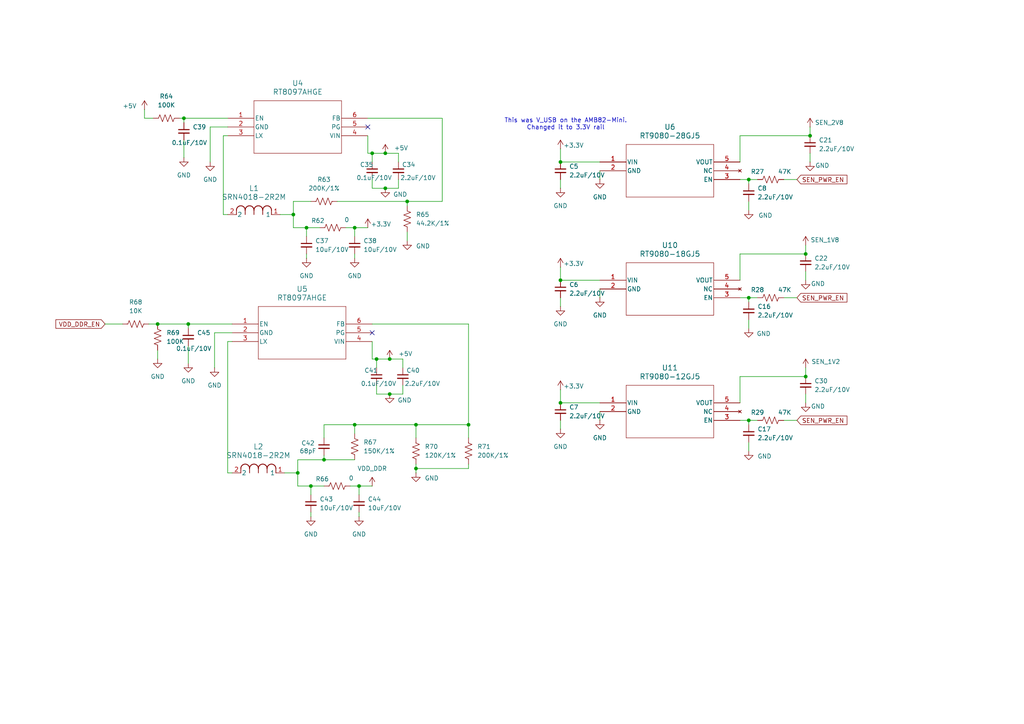
<source format=kicad_sch>
(kicad_sch (version 20250114) (generator "eeschema") (generator_version "9.0")
  (paper "A4")
  (lib_symbols
    (symbol "2025-12-22_17-51-10:RT8097AHGE" (pin_names (offset 0.254))
      (property "Reference" "U" (at 20.32 10.16 0))
      (property "Value" "RT8097AHGE" (at 20.32 7.62 0))
      (symbol "RT8097AHGE_0_1"
        (polyline (pts (xy 7.62 5.08) (xy 7.62 -10.16)) (stroke (width 0.127)))
        (polyline (pts (xy 7.62 -10.16) (xy 33.02 -10.16)) (stroke (width 0.127)))
        (polyline (pts (xy 33.02 5.08) (xy 7.62 5.08)) (stroke (width 0.127)))
        (polyline (pts (xy 33.02 -10.16) (xy 33.02 5.08)) (stroke (width 0.127)))
        (pin input line (at 0 0 0) (length 7.62) (name "EN") (number "1"))
        (pin power_out line (at 0 -2.54 0) (length 7.62) (name "GND") (number "2"))
        (pin unspecified line (at 0 -5.08 0) (length 7.62) (name "LX") (number "3"))
        (pin output line (at 40.64 0 180) (length 7.62) (name "FB") (number "6"))
        (pin input line (at 40.64 -2.54 180) (length 7.62) (name "PG") (number "5"))
        (pin power_in line (at 40.64 -5.08 180) (length 7.62) (name "VIN") (number "4"))
      )
    )
    (symbol "2025-12-22_19-19-54:SRN4018-2R2M" (pin_names (offset 0.254))
      (property "Reference" "L" (at 6.985 5.08 0))
      (property "Value" "SRN4018-2R2M" (at 6.985 -2.54 0))
      (symbol "SRN4018-2R2M_1_1"
        (polyline (pts (xy 2.54 0) (xy 2.54 1.27)) (stroke (width 0.2032)))
        (arc (start 2.54 1.27) (mid 3.81 2.5344) (end 5.08 1.27) (stroke (width 0.254)))
        (polyline (pts (xy 5.08 0) (xy 5.08 1.27)) (stroke (width 0.2032)))
        (arc (start 5.08 1.27) (mid 6.35 2.5344) (end 7.62 1.27) (stroke (width 0.254)))
        (polyline (pts (xy 7.62 0) (xy 7.62 1.27)) (stroke (width 0.2032)))
        (arc (start 7.62 1.27) (mid 8.89 2.5344) (end 10.16 1.27) (stroke (width 0.254)))
        (polyline (pts (xy 10.16 0) (xy 10.16 1.27)) (stroke (width 0.2032)))
        (arc (start 10.16 1.27) (mid 11.43 2.5344) (end 12.7 1.27) (stroke (width 0.254)))
        (polyline (pts (xy 12.7 0) (xy 12.7 1.27)) (stroke (width 0.2032)))
        (pin unspecified line (at 0 0 0) (length 2.54) (name "2") (number "2"))
        (pin unspecified line (at 15.24 0 180) (length 2.54) (name "1") (number "1"))
      )
      (symbol "SRN4018-2R2M_1_2"
        (arc (start -1.27 10.16) (mid -2.5344 11.43) (end -1.27 12.7) (stroke (width 0.254)))
        (arc (start -1.27 7.62) (mid -2.5344 8.89) (end -1.27 10.16) (stroke (width 0.254)))
        (arc (start -1.27 5.08) (mid -2.5344 6.35) (end -1.27 7.62) (stroke (width 0.254)))
        (arc (start -1.27 2.54) (mid -2.5344 3.81) (end -1.27 5.08) (stroke (width 0.254)))
        (polyline (pts (xy 0 12.7) (xy -1.27 12.7)) (stroke (width 0.2032)))
        (polyline (pts (xy 0 10.16) (xy -1.27 10.16)) (stroke (width 0.2032)))
        (polyline (pts (xy 0 7.62) (xy -1.27 7.62)) (stroke (width 0.2032)))
        (polyline (pts (xy 0 5.08) (xy -1.27 5.08)) (stroke (width 0.2032)))
        (polyline (pts (xy 0 2.54) (xy -1.27 2.54)) (stroke (width 0.2032)))
        (pin unspecified line (at 0 15.24 270) (length 2.54) (name "1") (number "1"))
        (pin unspecified line (at 0 0 90) (length 2.54) (name "2") (number "2"))
      )
    )
    (symbol "Device:C_Small" (pin_numbers (hide yes)) (pin_names (offset 0.254) (hide yes))
      (property "Reference" "C" (at 0.254 1.778 0))
      (property "Value" "C_Small" (at 0.254 -2.032 0))
      (symbol "C_Small_0_1"
        (polyline (pts (xy -1.524 0.508) (xy 1.524 0.508)) (stroke (width 0.3048)))
        (polyline (pts (xy -1.524 -0.508) (xy 1.524 -0.508)) (stroke (width 0.3302)))
      )
      (symbol "C_Small_1_1"
        (pin passive line (at 0 2.54 270) (length 2.032) (name "~") (number "1"))
        (pin passive line (at 0 -2.54 90) (length 2.032) (name "~") (number "2"))
      )
    )
    (symbol "Device:R_US" (pin_numbers (hide yes)) (pin_names (offset 0))
      (property "Reference" "R" (at 2.54 0 90))
      (property "Value" "R_US" (at -2.54 0 90))
      (symbol "R_US_0_1"
        (polyline (pts (xy 0 2.286) (xy 0 2.54)))
        (polyline (pts (xy 0 2.286) (xy 1.016 1.905) (xy 0 1.524) (xy -1.016 1.143) (xy 0 0.762)))
        (polyline (pts (xy 0 0.762) (xy 1.016 0.381) (xy 0 0) (xy -1.016 -0.381) (xy 0 -0.762)))
        (polyline (pts (xy 0 -0.762) (xy 1.016 -1.143) (xy 0 -1.524) (xy -1.016 -1.905) (xy 0 -2.286)))
        (polyline (pts (xy 0 -2.286) (xy 0 -2.54)))
      )
      (symbol "R_US_1_1"
        (pin passive line (at 0 3.81 270) (length 1.27) (name "~") (number "1"))
        (pin passive line (at 0 -3.81 90) (length 1.27) (name "~") (number "2"))
      )
    )
    (symbol "RT9080:RT9080-12GJ5" (pin_names (offset 0.254))
      (property "Reference" "U" (at 20.32 10.16 0))
      (property "Value" "RT9080-12GJ5" (at 20.32 7.62 0))
      (symbol "RT9080-12GJ5_0_1"
        (polyline (pts (xy 7.62 5.08) (xy 7.62 -10.16)) (stroke (width 0.127)))
        (polyline (pts (xy 7.62 -10.16) (xy 33.02 -10.16)) (stroke (width 0.127)))
        (polyline (pts (xy 33.02 5.08) (xy 7.62 5.08)) (stroke (width 0.127)))
        (polyline (pts (xy 33.02 -10.16) (xy 33.02 5.08)) (stroke (width 0.127)))
        (pin power_in line (at 0 0 0) (length 7.62) (name "VIN") (number "1"))
        (pin power_out line (at 0 -2.54 0) (length 7.62) (name "GND") (number "2"))
        (pin output line (at 40.64 0 180) (length 7.62) (name "VOUT") (number "5"))
        (pin no_connect line (at 40.64 -2.54 180) (length 7.62) (name "NC") (number "4"))
        (pin input line (at 40.64 -5.08 180) (length 7.62) (name "EN") (number "3"))
      )
    )
    (symbol "RT9080:RT9080-18GJ5" (pin_names (offset 0.254))
      (property "Reference" "U" (at 20.32 10.16 0))
      (property "Value" "RT9080-18GJ5" (at 20.32 7.62 0))
      (symbol "RT9080-18GJ5_0_1"
        (polyline (pts (xy 7.62 5.08) (xy 7.62 -10.16)) (stroke (width 0.127)))
        (polyline (pts (xy 7.62 -10.16) (xy 33.02 -10.16)) (stroke (width 0.127)))
        (polyline (pts (xy 33.02 5.08) (xy 7.62 5.08)) (stroke (width 0.127)))
        (polyline (pts (xy 33.02 -10.16) (xy 33.02 5.08)) (stroke (width 0.127)))
        (pin power_in line (at 0 0 0) (length 7.62) (name "VIN") (number "1"))
        (pin power_out line (at 0 -2.54 0) (length 7.62) (name "GND") (number "2"))
        (pin output line (at 40.64 0 180) (length 7.62) (name "VOUT") (number "5"))
        (pin no_connect line (at 40.64 -2.54 180) (length 7.62) (name "NC") (number "4"))
        (pin input line (at 40.64 -5.08 180) (length 7.62) (name "EN") (number "3"))
      )
    )
    (symbol "RT9080:RT9080-28GJ5" (pin_names (offset 0.254))
      (property "Reference" "U" (at 20.32 10.16 0))
      (property "Value" "RT9080-28GJ5" (at 20.32 7.62 0))
      (symbol "RT9080-28GJ5_0_1"
        (polyline (pts (xy 7.62 5.08) (xy 7.62 -10.16)) (stroke (width 0.127)))
        (polyline (pts (xy 7.62 -10.16) (xy 33.02 -10.16)) (stroke (width 0.127)))
        (polyline (pts (xy 33.02 5.08) (xy 7.62 5.08)) (stroke (width 0.127)))
        (polyline (pts (xy 33.02 -10.16) (xy 33.02 5.08)) (stroke (width 0.127)))
        (pin power_in line (at 0 0 0) (length 7.62) (name "VIN") (number "1"))
        (pin power_out line (at 0 -2.54 0) (length 7.62) (name "GND") (number "2"))
        (pin output line (at 40.64 0 180) (length 7.62) (name "VOUT") (number "5"))
        (pin no_connect line (at 40.64 -2.54 180) (length 7.62) (name "NC") (number "4"))
        (pin input line (at 40.64 -5.08 180) (length 7.62) (name "EN") (number "3"))
      )
    )
    (symbol "power:+3.3V" (power) (pin_numbers (hide yes)) (pin_names (offset 0) (hide yes))
      (property "Value" "+3.3V" (at 0 3.556 0))
      (symbol "+3.3V_0_1"
        (polyline (pts (xy -0.762 1.27) (xy 0 2.54)))
        (polyline (pts (xy 0 2.54) (xy 0.762 1.27)))
        (polyline (pts (xy 0 0) (xy 0 2.54)))
      )
      (symbol "+3.3V_1_1"
        (pin power_in line (at 0 0 90) (length 0) (name "~") (number "1"))
      )
    )
    (symbol "power:GND" (power) (pin_numbers (hide yes)) (pin_names (offset 0) (hide yes))
      (property "Value" "GND" (at 0 -3.81 0))
      (symbol "GND_0_1"
        (polyline (pts (xy 0 0) (xy 0 -1.27) (xy 1.27 -1.27) (xy 0 -2.54) (xy -1.27 -1.27) (xy 0 -1.27)))
      )
      (symbol "GND_1_1"
        (pin power_in line (at 0 0 270) (length 0) (name "~") (number "1"))
      )
    )
    (symbol "power:VD" (power) (pin_numbers (hide yes)) (pin_names (offset 0) (hide yes))
      (property "Value" "VD" (at 0 3.556 0))
      (symbol "VD_0_1"
        (polyline (pts (xy -0.762 1.27) (xy 0 2.54)))
        (polyline (pts (xy 0 2.54) (xy 0.762 1.27)))
        (polyline (pts (xy 0 0) (xy 0 2.54)))
      )
      (symbol "VD_1_1"
        (pin power_in line (at 0 0 90) (length 0) (name "~") (number "1"))
      )
    )
  )
  (text "This was V_USB on the AMB82-Mini.\nChanged it to 3.3V rail\n" (at 164.084 36.068 0) (effects (font (size 1.27 1.27))))
  (junction (at 120.65 123.19))
  (junction (at 113.03 114.3))
  (junction (at 217.17 86.36))
  (junction (at 162.56 46.99))
  (junction (at 162.56 81.28))
  (junction (at 217.17 121.92))
  (junction (at 109.22 104.14))
  (junction (at 135.89 123.19))
  (junction (at 102.87 123.19))
  (junction (at 93.98 133.35))
  (junction (at 111.76 44.45))
  (junction (at 118.11 58.42))
  (junction (at 85.09 62.23))
  (junction (at 234.95 39.37))
  (junction (at 113.03 104.14))
  (junction (at 233.68 73.66))
  (junction (at 104.14 140.97))
  (junction (at 102.87 66.04))
  (junction (at 107.95 44.45))
  (junction (at 111.76 54.61))
  (junction (at 162.56 116.84))
  (junction (at 88.9 66.04))
  (junction (at 53.34 34.29))
  (junction (at 120.65 135.89))
  (junction (at 217.17 52.07))
  (junction (at 90.17 140.97))
  (junction (at 233.68 109.22))
  (junction (at 45.72 93.98))
  (junction (at 54.61 93.98))
  (junction (at 86.36 137.16))
  (no_connect (at 107.95 96.52))
  (no_connect (at 106.68 36.83))
  (wire (pts (xy 107.95 93.98) (xy 135.89 93.98)))
  (wire (pts (xy 86.36 133.35) (xy 86.36 137.16)))
  (wire (pts (xy 53.34 34.29) (xy 66.04 34.29)))
  (wire (pts (xy 214.63 116.84) (xy 214.63 109.22)))
  (wire (pts (xy 214.63 121.92) (xy 217.17 121.92)))
  (wire (pts (xy 162.56 43.18) (xy 162.56 46.99)))
  (wire (pts (xy 107.95 99.06) (xy 107.95 104.14)))
  (wire (pts (xy 233.68 106.68) (xy 233.68 109.22)))
  (wire (pts (xy 120.65 134.62) (xy 120.65 135.89)))
  (wire (pts (xy 214.63 81.28) (xy 214.63 73.66)))
  (wire (pts (xy 116.84 106.68) (xy 116.84 104.14)))
  (wire (pts (xy 162.56 113.03) (xy 162.56 116.84)))
  (wire (pts (xy 102.87 73.66) (xy 102.87 74.93)))
  (wire (pts (xy 120.65 135.89) (xy 120.65 137.16)))
  (wire (pts (xy 115.57 54.61) (xy 111.76 54.61)))
  (wire (pts (xy 107.95 54.61) (xy 111.76 54.61)))
  (wire (pts (xy 217.17 58.42) (xy 217.17 60.96)))
  (wire (pts (xy 92.71 66.04) (xy 88.9 66.04)))
  (wire (pts (xy 162.56 81.28) (xy 173.99 81.28)))
  (wire (pts (xy 54.61 93.98) (xy 67.31 93.98)))
  (wire (pts (xy 233.68 71.12) (xy 233.68 73.66)))
  (wire (pts (xy 173.99 49.53) (xy 173.99 52.07)))
  (wire (pts (xy 90.17 140.97) (xy 86.36 140.97)))
  (wire (pts (xy 86.36 133.35) (xy 93.98 133.35)))
  (wire (pts (xy 106.68 34.29) (xy 128.27 34.29)))
  (wire (pts (xy 54.61 100.33) (xy 54.61 105.41)))
  (wire (pts (xy 102.87 123.19) (xy 102.87 125.73)))
  (wire (pts (xy 234.95 44.45) (xy 234.95 46.99)))
  (wire (pts (xy 217.17 86.36) (xy 219.71 86.36)))
  (wire (pts (xy 101.6 140.97) (xy 104.14 140.97)))
  (wire (pts (xy 52.07 34.29) (xy 53.34 34.29)))
  (wire (pts (xy 88.9 66.04) (xy 88.9 68.58)))
  (wire (pts (xy 102.87 66.04) (xy 106.68 66.04)))
  (wire (pts (xy 118.11 67.31) (xy 118.11 69.85)))
  (wire (pts (xy 60.96 36.83) (xy 60.96 46.99)))
  (wire (pts (xy 43.18 93.98) (xy 45.72 93.98)))
  (wire (pts (xy 135.89 134.62) (xy 135.89 135.89)))
  (wire (pts (xy 162.56 52.07) (xy 162.56 54.61)))
  (wire (pts (xy 30.48 93.98) (xy 35.56 93.98)))
  (wire (pts (xy 173.99 119.38) (xy 173.99 121.92)))
  (wire (pts (xy 66.04 36.83) (xy 60.96 36.83)))
  (wire (pts (xy 116.84 111.76) (xy 116.84 114.3)))
  (wire (pts (xy 41.91 31.75) (xy 41.91 34.29)))
  (wire (pts (xy 93.98 140.97) (xy 90.17 140.97)))
  (wire (pts (xy 41.91 34.29) (xy 44.45 34.29)))
  (wire (pts (xy 81.28 62.23) (xy 85.09 62.23)))
  (wire (pts (xy 64.77 39.37) (xy 66.04 39.37)))
  (wire (pts (xy 82.55 137.16) (xy 86.36 137.16)))
  (wire (pts (xy 162.56 77.47) (xy 162.56 81.28)))
  (wire (pts (xy 85.09 66.04) (xy 85.09 62.23)))
  (wire (pts (xy 233.68 78.74) (xy 233.68 81.28)))
  (wire (pts (xy 135.89 135.89) (xy 120.65 135.89)))
  (wire (pts (xy 109.22 111.76) (xy 109.22 114.3)))
  (wire (pts (xy 104.14 140.97) (xy 104.14 143.51)))
  (wire (pts (xy 66.04 137.16) (xy 67.31 137.16)))
  (wire (pts (xy 217.17 121.92) (xy 217.17 123.19)))
  (wire (pts (xy 162.56 86.36) (xy 162.56 88.9)))
  (wire (pts (xy 109.22 114.3) (xy 113.03 114.3)))
  (wire (pts (xy 100.33 66.04) (xy 102.87 66.04)))
  (wire (pts (xy 173.99 83.82) (xy 173.99 86.36)))
  (wire (pts (xy 217.17 128.27) (xy 217.17 130.81)))
  (wire (pts (xy 53.34 34.29) (xy 53.34 35.56)))
  (wire (pts (xy 227.33 52.07) (xy 231.14 52.07)))
  (wire (pts (xy 120.65 123.19) (xy 120.65 127)))
  (wire (pts (xy 116.84 104.14) (xy 113.03 104.14)))
  (wire (pts (xy 93.98 123.19) (xy 102.87 123.19)))
  (wire (pts (xy 97.79 58.42) (xy 118.11 58.42)))
  (wire (pts (xy 234.95 36.83) (xy 234.95 39.37)))
  (wire (pts (xy 113.03 104.14) (xy 109.22 104.14)))
  (wire (pts (xy 90.17 148.59) (xy 90.17 149.86)))
  (wire (pts (xy 107.95 44.45) (xy 107.95 46.99)))
  (wire (pts (xy 102.87 66.04) (xy 102.87 68.58)))
  (wire (pts (xy 88.9 73.66) (xy 88.9 74.93)))
  (wire (pts (xy 45.72 93.98) (xy 54.61 93.98)))
  (wire (pts (xy 217.17 86.36) (xy 217.17 87.63)))
  (wire (pts (xy 90.17 58.42) (xy 85.09 58.42)))
  (wire (pts (xy 118.11 59.69) (xy 118.11 58.42)))
  (wire (pts (xy 217.17 92.71) (xy 217.17 95.25)))
  (wire (pts (xy 85.09 58.42) (xy 85.09 62.23)))
  (wire (pts (xy 214.63 109.22) (xy 233.68 109.22)))
  (wire (pts (xy 128.27 58.42) (xy 118.11 58.42)))
  (wire (pts (xy 88.9 66.04) (xy 85.09 66.04)))
  (wire (pts (xy 53.34 40.64) (xy 53.34 45.72)))
  (wire (pts (xy 93.98 133.35) (xy 102.87 133.35)))
  (wire (pts (xy 214.63 52.07) (xy 217.17 52.07)))
  (wire (pts (xy 86.36 140.97) (xy 86.36 137.16)))
  (wire (pts (xy 62.23 96.52) (xy 62.23 106.68)))
  (wire (pts (xy 135.89 123.19) (xy 135.89 93.98)))
  (wire (pts (xy 106.68 39.37) (xy 106.68 44.45)))
  (wire (pts (xy 104.14 140.97) (xy 107.95 140.97)))
  (wire (pts (xy 93.98 127) (xy 93.98 123.19)))
  (wire (pts (xy 106.68 44.45) (xy 107.95 44.45)))
  (wire (pts (xy 128.27 34.29) (xy 128.27 58.42)))
  (wire (pts (xy 104.14 148.59) (xy 104.14 149.86)))
  (wire (pts (xy 107.95 104.14) (xy 109.22 104.14)))
  (wire (pts (xy 115.57 44.45) (xy 111.76 44.45)))
  (wire (pts (xy 115.57 46.99) (xy 115.57 44.45)))
  (wire (pts (xy 116.84 114.3) (xy 113.03 114.3)))
  (wire (pts (xy 109.22 104.14) (xy 109.22 106.68)))
  (wire (pts (xy 120.65 123.19) (xy 135.89 123.19)))
  (wire (pts (xy 102.87 123.19) (xy 120.65 123.19)))
  (wire (pts (xy 217.17 52.07) (xy 217.17 53.34)))
  (wire (pts (xy 115.57 52.07) (xy 115.57 54.61)))
  (wire (pts (xy 162.56 46.99) (xy 173.99 46.99)))
  (wire (pts (xy 64.77 62.23) (xy 66.04 62.23)))
  (wire (pts (xy 90.17 140.97) (xy 90.17 143.51)))
  (wire (pts (xy 135.89 123.19) (xy 135.89 127)))
  (wire (pts (xy 162.56 121.92) (xy 162.56 124.46)))
  (wire (pts (xy 162.56 116.84) (xy 173.99 116.84)))
  (wire (pts (xy 93.98 132.08) (xy 93.98 133.35)))
  (wire (pts (xy 214.63 39.37) (xy 234.95 39.37)))
  (wire (pts (xy 227.33 121.92) (xy 231.14 121.92)))
  (wire (pts (xy 64.77 39.37) (xy 64.77 62.23)))
  (wire (pts (xy 54.61 93.98) (xy 54.61 95.25)))
  (wire (pts (xy 217.17 121.92) (xy 219.71 121.92)))
  (wire (pts (xy 107.95 52.07) (xy 107.95 54.61)))
  (wire (pts (xy 214.63 46.99) (xy 214.63 39.37)))
  (wire (pts (xy 214.63 73.66) (xy 233.68 73.66)))
  (wire (pts (xy 227.33 86.36) (xy 231.14 86.36)))
  (wire (pts (xy 45.72 101.6) (xy 45.72 104.14)))
  (wire (pts (xy 111.76 44.45) (xy 107.95 44.45)))
  (wire (pts (xy 67.31 96.52) (xy 62.23 96.52)))
  (wire (pts (xy 233.68 114.3) (xy 233.68 116.84)))
  (wire (pts (xy 217.17 52.07) (xy 219.71 52.07)))
  (wire (pts (xy 214.63 86.36) (xy 217.17 86.36)))
  (wire (pts (xy 66.04 99.06) (xy 66.04 137.16)))
  (wire (pts (xy 66.04 99.06) (xy 67.31 99.06)))
  (global_label "SEN_PWR_EN" (shape input) (at 231.14 121.92 0) (property "Intersheetrefs" "${INTERSHEET_REFS}" (effects (hide yes))))
  (global_label "VDD_DDR_EN" (shape input) (at 30.48 93.98 180) (property "Intersheetrefs" "${INTERSHEET_REFS}" (effects (hide yes))))
  (global_label "SEN_PWR_EN" (shape input) (at 231.14 52.07 0) (property "Intersheetrefs" "${INTERSHEET_REFS}" (effects (hide yes))))
  (global_label "SEN_PWR_EN" (shape input) (at 231.14 86.36 0) (property "Intersheetrefs" "${INTERSHEET_REFS}" (effects (hide yes))))
  (symbol (lib_id "Device:C_Small") (at 54.61 97.79 0) (unit 1)
    (property "Reference" "C45" (at 57.15 96.5262 0) (effects (justify left)))
    (property "Value" "0.1uF/10V" (at 51.054 101.092 0) (effects (justify left)))
    (property "Description" "Unpolarized capacitor, small symbol" (effects (hide yes)))
  )
  (symbol (lib_id "power:GND") (at 60.96 46.99 0) (unit 1)
    (property "Reference" "#PWR056" (effects (hide yes)))
    (property "Value" "GND" (at 60.96 52.07 0))
    (property "Description" "Power symbol creates a global label with name \"GND\" , ground" (effects (hide yes)))
  )
  (symbol (lib_id "power:+3.3V") (at 233.68 71.12 0) (unit 1)
    (property "Reference" "#PWR093" (effects (hide yes)))
    (property "Value" "SEN_1V8" (at 239.268 69.596 0))
    (property "Description" "Power symbol creates a global label with name \"+3.3V\"" (effects (hide yes)))
  )
  (symbol (lib_id "2025-12-22_19-19-54:SRN4018-2R2M") (at 66.04 62.23 0) (unit 1)
    (property "Reference" "L1" (at 73.66 54.61 0) (effects (font (size 1.524 1.524))))
    (property "Value" "SRN4018-2R2M" (at 73.66 57.15 0) (effects (font (size 1.524 1.524))))
    (property "Footprint" "IND_BOURNS_SRN4018" (effects (hide yes)))
    (property "Datasheet" "SRN4018-2R2M" (effects (hide yes)))
  )
  (symbol (lib_id "2025-12-22_17-51-10:RT8097AHGE") (at 66.04 34.29 0) (unit 1)
    (property "Reference" "U4" (at 86.36 24.13 0) (effects (font (size 1.524 1.524))))
    (property "Value" "RT8097AHGE" (at 86.36 26.67 0) (effects (font (size 1.524 1.524))))
    (property "Footprint" "SOT-23-6_RIT" (effects (hide yes)))
    (property "Datasheet" "RT8097AHGE" (effects (hide yes)))
  )
  (symbol (lib_id "2025-12-22_17-51-10:RT8097AHGE") (at 67.31 93.98 0) (unit 1)
    (property "Reference" "U5" (at 87.63 83.82 0) (effects (font (size 1.524 1.524))))
    (property "Value" "RT8097AHGE" (at 87.63 86.36 0) (effects (font (size 1.524 1.524))))
    (property "Footprint" "SOT-23-6_RIT" (effects (hide yes)))
    (property "Datasheet" "RT8097AHGE" (effects (hide yes)))
  )
  (symbol (lib_id "power:GND") (at 217.17 95.25 0) (unit 1)
    (property "Reference" "#PWR086" (effects (hide yes)))
    (property "Value" "GND" (at 221.488 96.774 0))
    (property "Description" "Power symbol creates a global label with name \"GND\" , ground" (effects (hide yes)))
  )
  (symbol (lib_id "power:+3.3V") (at 111.76 44.45 0) (unit 1)
    (property "Reference" "#PWR052" (effects (hide yes)))
    (property "Value" "+5V" (at 116.332 42.926 0))
    (property "Description" "Power symbol creates a global label with name \"+3.3V\"" (effects (hide yes)))
  )
  (symbol (lib_id "power:GND") (at 88.9 74.93 0) (unit 1)
    (property "Reference" "#PWR059" (effects (hide yes)))
    (property "Value" "GND" (at 88.9 80.01 0))
    (property "Description" "Power symbol creates a global label with name \"GND\" , ground" (effects (hide yes)))
  )
  (symbol (lib_id "power:GND") (at 173.99 86.36 0) (unit 1)
    (property "Reference" "#PWR080" (effects (hide yes)))
    (property "Value" "GND" (at 173.99 91.44 0))
    (property "Description" "Power symbol creates a global label with name \"GND\" , ground" (effects (hide yes)))
  )
  (symbol (lib_id "Device:C_Small") (at 115.57 49.53 0) (unit 1)
    (property "Reference" "C34" (at 116.586 47.752 0) (effects (justify left)))
    (property "Value" "2.2uF/10V" (at 116.078 51.562 0) (effects (justify left)))
    (property "Description" "Unpolarized capacitor, small symbol" (effects (hide yes)))
  )
  (symbol (lib_id "power:GND") (at 162.56 54.61 0) (unit 1)
    (property "Reference" "#PWR084" (effects (hide yes)))
    (property "Value" "GND" (at 162.56 59.69 0))
    (property "Description" "Power symbol creates a global label with name \"GND\" , ground" (effects (hide yes)))
  )
  (symbol (lib_id "Device:C_Small") (at 104.14 146.05 0) (unit 1)
    (property "Reference" "C44" (at 106.68 144.7862 0) (effects (justify left)))
    (property "Value" "10uF/10V" (at 106.68 147.3262 0) (effects (justify left)))
    (property "Description" "Unpolarized capacitor, small symbol" (effects (hide yes)))
  )
  (symbol (lib_id "Device:C_Small") (at 234.95 41.91 0) (unit 1)
    (property "Reference" "C21" (at 237.49 40.6462 0) (effects (justify left)))
    (property "Value" "2.2uF/10V" (at 237.49 43.1862 0) (effects (justify left)))
    (property "Description" "Unpolarized capacitor, small symbol" (effects (hide yes)))
  )
  (symbol (lib_id "Device:C_Small") (at 217.17 90.17 0) (unit 1)
    (property "Reference" "C16" (at 219.71 88.9062 0) (effects (justify left)))
    (property "Value" "2.2uF/10V" (at 219.71 91.4462 0) (effects (justify left)))
    (property "Description" "Unpolarized capacitor, small symbol" (effects (hide yes)))
  )
  (symbol (lib_id "2025-12-22_19-19-54:SRN4018-2R2M") (at 67.31 137.16 0) (unit 1)
    (property "Reference" "L2" (at 74.93 129.54 0) (effects (font (size 1.524 1.524))))
    (property "Value" "SRN4018-2R2M" (at 74.93 132.08 0) (effects (font (size 1.524 1.524))))
    (property "Footprint" "IND_BOURNS_SRN4018" (effects (hide yes)))
    (property "Datasheet" "SRN4018-2R2M" (effects (hide yes)))
  )
  (symbol (lib_id "Device:C_Small") (at 233.68 111.76 0) (unit 1)
    (property "Reference" "C30" (at 236.22 110.4962 0) (effects (justify left)))
    (property "Value" "2.2uF/10V" (at 236.22 113.0362 0) (effects (justify left)))
    (property "Description" "Unpolarized capacitor, small symbol" (effects (hide yes)))
  )
  (symbol (lib_id "power:GND") (at 162.56 88.9 0) (unit 1)
    (property "Reference" "#PWR083" (effects (hide yes)))
    (property "Value" "GND" (at 162.56 93.98 0))
    (property "Description" "Power symbol creates a global label with name \"GND\" , ground" (effects (hide yes)))
  )
  (symbol (lib_id "Device:C_Small") (at 90.17 146.05 0) (unit 1)
    (property "Reference" "C43" (at 92.71 144.7862 0) (effects (justify left)))
    (property "Value" "10uF/10V" (at 92.71 147.3262 0) (effects (justify left)))
    (property "Description" "Unpolarized capacitor, small symbol" (effects (hide yes)))
  )
  (symbol (lib_id "Device:C_Small") (at 162.56 49.53 0) (unit 1)
    (property "Reference" "C5" (at 165.1 48.2662 0) (effects (justify left)))
    (property "Value" "2.2uF/10V" (at 165.1 50.8062 0) (effects (justify left)))
    (property "Description" "Unpolarized capacitor, small symbol" (effects (hide yes)))
  )
  (symbol (lib_id "RT9080:RT9080-28GJ5") (at 173.99 46.99 0) (unit 1)
    (property "Reference" "U6" (at 194.31 36.83 0) (effects (font (size 1.524 1.524))))
    (property "Value" "RT9080-28GJ5" (at 194.31 39.37 0) (effects (font (size 1.524 1.524))))
    (property "Footprint" "TSOT-23-5_RIT" (effects (hide yes)))
    (property "Datasheet" "RT9080-33GJ5" (effects (hide yes)))
  )
  (symbol (lib_id "Device:C_Small") (at 162.56 119.38 0) (unit 1)
    (property "Reference" "C7" (at 165.1 118.1162 0) (effects (justify left)))
    (property "Value" "2.2uF/10V" (at 165.1 120.6562 0) (effects (justify left)))
    (property "Description" "Unpolarized capacitor, small symbol" (effects (hide yes)))
  )
  (symbol (lib_id "power:+3.3V") (at 162.56 113.03 0) (unit 1)
    (property "Reference" "#PWR078" (effects (hide yes)))
    (property "Value" "+3.3V" (at 166.37 112.014 0))
    (property "Description" "Power symbol creates a global label with name \"+3.3V\"" (effects (hide yes)))
  )
  (symbol (lib_id "Device:R_US") (at 48.26 34.29 90) (unit 1)
    (property "Reference" "R64" (at 48.26 27.94 90))
    (property "Value" "100K" (at 48.26 30.48 90))
    (property "Description" "Resistor, US symbol" (effects (hide yes)))
  )
  (symbol (lib_id "power:+3.3V") (at 162.56 43.18 0) (unit 1)
    (property "Reference" "#PWR076" (effects (hide yes)))
    (property "Value" "+3.3V" (at 166.37 42.164 0))
    (property "Description" "Power symbol creates a global label with name \"+3.3V\"" (effects (hide yes)))
  )
  (symbol (lib_id "power:GND") (at 173.99 52.07 0) (unit 1)
    (property "Reference" "#PWR079" (effects (hide yes)))
    (property "Value" "GND" (at 173.99 57.15 0))
    (property "Description" "Power symbol creates a global label with name \"GND\" , ground" (effects (hide yes)))
  )
  (symbol (lib_id "power:VD") (at 107.95 140.97 0) (unit 1)
    (property "Reference" "#PWR061" (effects (hide yes)))
    (property "Value" "VDD_DDR" (at 107.95 135.89 0))
    (property "Description" "Power symbol creates a global label with name \"VD\"" (effects (hide yes)))
  )
  (symbol (lib_id "Device:C_Small") (at 107.95 49.53 0) (unit 1)
    (property "Reference" "C35" (at 104.394 47.752 0) (effects (justify left)))
    (property "Value" "0.1uF/10V" (at 103.378 51.562 0) (effects (justify left)))
    (property "Description" "Unpolarized capacitor, small symbol" (effects (hide yes)))
  )
  (symbol (lib_id "Device:R_US") (at 45.72 97.79 180) (unit 1)
    (property "Reference" "R69" (at 48.26 96.5199 0) (effects (justify right)))
    (property "Value" "100K" (at 48.26 99.0599 0) (effects (justify right)))
    (property "Description" "Resistor, US symbol" (effects (hide yes)))
  )
  (symbol (lib_id "Device:R_US") (at 102.87 129.54 180) (unit 1)
    (property "Reference" "R67" (at 105.41 128.2699 0) (effects (justify right)))
    (property "Value" "150K/1%" (at 105.41 130.8099 0) (effects (justify right)))
    (property "Description" "Resistor, US symbol" (effects (hide yes)))
  )
  (symbol (lib_id "RT9080:RT9080-12GJ5") (at 173.99 116.84 0) (unit 1)
    (property "Reference" "U11" (at 194.31 106.68 0) (effects (font (size 1.524 1.524))))
    (property "Value" "RT9080-12GJ5" (at 194.31 109.22 0) (effects (font (size 1.524 1.524))))
    (property "Footprint" "TSOT-23-5_RIT" (effects (hide yes)))
    (property "Datasheet" "RT9080-33GJ5" (effects (hide yes)))
  )
  (symbol (lib_id "power:GND") (at 173.99 121.92 0) (unit 1)
    (property "Reference" "#PWR081" (effects (hide yes)))
    (property "Value" "GND" (at 173.99 127 0))
    (property "Description" "Power symbol creates a global label with name \"GND\" , ground" (effects (hide yes)))
  )
  (symbol (lib_id "power:GND") (at 111.76 54.61 0) (unit 1)
    (property "Reference" "#PWR053" (effects (hide yes)))
    (property "Value" "GND" (at 116.078 56.388 0))
    (property "Description" "Power symbol creates a global label with name \"GND\" , ground" (effects (hide yes)))
  )
  (symbol (lib_id "power:GND") (at 233.68 81.28 0) (unit 1)
    (property "Reference" "#PWR089" (effects (hide yes)))
    (property "Value" "GND" (at 237.236 82.296 0))
    (property "Description" "Power symbol creates a global label with name \"GND\" , ground" (effects (hide yes)))
  )
  (symbol (lib_id "Device:C_Small") (at 162.56 83.82 0) (unit 1)
    (property "Reference" "C6" (at 165.1 82.5562 0) (effects (justify left)))
    (property "Value" "2.2uF/10V" (at 165.1 85.0962 0) (effects (justify left)))
    (property "Description" "Unpolarized capacitor, small symbol" (effects (hide yes)))
  )
  (symbol (lib_id "Device:R_US") (at 118.11 63.5 0) (unit 1)
    (property "Reference" "R65" (at 120.65 62.2299 0) (effects (justify left)))
    (property "Value" "44.2K/1%" (at 120.65 64.7699 0) (effects (justify left)))
    (property "Description" "Resistor, US symbol" (effects (hide yes)))
  )
  (symbol (lib_id "Device:R_US") (at 97.79 140.97 90) (unit 1)
    (property "Reference" "R66" (at 93.472 138.938 90))
    (property "Value" "0" (at 101.854 138.684 90))
    (property "Description" "Resistor, US symbol" (effects (hide yes)))
  )
  (symbol (lib_id "Device:R_US") (at 96.52 66.04 90) (unit 1)
    (property "Reference" "R62" (at 92.202 64.008 90))
    (property "Value" "0" (at 100.584 63.754 90))
    (property "Description" "Resistor, US symbol" (effects (hide yes)))
  )
  (symbol (lib_id "power:GND") (at 45.72 104.14 0) (unit 1)
    (property "Reference" "#PWR070" (effects (hide yes)))
    (property "Value" "GND" (at 45.72 109.22 0))
    (property "Description" "Power symbol creates a global label with name \"GND\" , ground" (effects (hide yes)))
  )
  (symbol (lib_id "Device:R_US") (at 223.52 121.92 90) (unit 1)
    (property "Reference" "R29" (at 219.71 119.634 90))
    (property "Value" "47K" (at 227.584 119.634 90))
    (property "Description" "Resistor, US symbol" (effects (hide yes)))
  )
  (symbol (lib_id "Device:C_Small") (at 233.68 76.2 0) (unit 1)
    (property "Reference" "C22" (at 236.22 74.9362 0) (effects (justify left)))
    (property "Value" "2.2uF/10V" (at 236.22 77.4762 0) (effects (justify left)))
    (property "Description" "Unpolarized capacitor, small symbol" (effects (hide yes)))
  )
  (symbol (lib_id "power:GND") (at 90.17 149.86 0) (unit 1)
    (property "Reference" "#PWR064" (effects (hide yes)))
    (property "Value" "GND" (at 90.17 154.94 0))
    (property "Description" "Power symbol creates a global label with name \"GND\" , ground" (effects (hide yes)))
  )
  (symbol (lib_id "Device:R_US") (at 223.52 52.07 90) (unit 1)
    (property "Reference" "R27" (at 219.71 49.784 90))
    (property "Value" "47K" (at 227.584 49.784 90))
    (property "Description" "Resistor, US symbol" (effects (hide yes)))
  )
  (symbol (lib_id "Device:C_Small") (at 88.9 71.12 0) (unit 1)
    (property "Reference" "C37" (at 91.44 69.8562 0) (effects (justify left)))
    (property "Value" "10uF/10V" (at 91.44 72.3962 0) (effects (justify left)))
    (property "Description" "Unpolarized capacitor, small symbol" (effects (hide yes)))
  )
  (symbol (lib_id "Device:C_Small") (at 217.17 55.88 0) (unit 1)
    (property "Reference" "C8" (at 219.71 54.6162 0) (effects (justify left)))
    (property "Value" "2.2uF/10V" (at 219.71 57.1562 0) (effects (justify left)))
    (property "Description" "Unpolarized capacitor, small symbol" (effects (hide yes)))
  )
  (symbol (lib_id "Device:C_Small") (at 53.34 38.1 0) (unit 1)
    (property "Reference" "C39" (at 55.88 36.8362 0) (effects (justify left)))
    (property "Value" "0.1uF/10V" (at 49.784 41.402 0) (effects (justify left)))
    (property "Description" "Unpolarized capacitor, small symbol" (effects (hide yes)))
  )
  (symbol (lib_id "Device:C_Small") (at 217.17 125.73 0) (unit 1)
    (property "Reference" "C17" (at 219.71 124.4662 0) (effects (justify left)))
    (property "Value" "2.2uF/10V" (at 219.71 127.0062 0) (effects (justify left)))
    (property "Description" "Unpolarized capacitor, small symbol" (effects (hide yes)))
  )
  (symbol (lib_id "power:+3.3V") (at 41.91 31.75 0) (unit 1)
    (property "Reference" "#PWR054" (effects (hide yes)))
    (property "Value" "+5V" (at 37.592 30.734 0))
    (property "Description" "Power symbol creates a global label with name \"+3.3V\"" (effects (hide yes)))
  )
  (symbol (lib_id "power:GND") (at 118.11 69.85 0) (unit 1)
    (property "Reference" "#PWR058" (effects (hide yes)))
    (property "Value" "GND" (at 122.682 71.374 0))
    (property "Description" "Power symbol creates a global label with name \"GND\" , ground" (effects (hide yes)))
  )
  (symbol (lib_id "power:GND") (at 120.65 137.16 0) (unit 1)
    (property "Reference" "#PWR069" (effects (hide yes)))
    (property "Value" "GND" (at 125.222 138.684 0))
    (property "Description" "Power symbol creates a global label with name \"GND\" , ground" (effects (hide yes)))
  )
  (symbol (lib_id "Device:R_US") (at 223.52 86.36 90) (unit 1)
    (property "Reference" "R28" (at 219.71 84.074 90))
    (property "Value" "47K" (at 227.584 84.074 90))
    (property "Description" "Resistor, US symbol" (effects (hide yes)))
  )
  (symbol (lib_id "power:GND") (at 233.68 116.84 0) (unit 1)
    (property "Reference" "#PWR090" (effects (hide yes)))
    (property "Value" "GND" (at 237.236 117.856 0))
    (property "Description" "Power symbol creates a global label with name \"GND\" , ground" (effects (hide yes)))
  )
  (symbol (lib_id "RT9080:RT9080-18GJ5") (at 173.99 81.28 0) (unit 1)
    (property "Reference" "U10" (at 194.31 71.12 0) (effects (font (size 1.524 1.524))))
    (property "Value" "RT9080-18GJ5" (at 194.31 73.66 0) (effects (font (size 1.524 1.524))))
    (property "Footprint" "TSOT-23-5_RIT" (effects (hide yes)))
    (property "Datasheet" "RT9080-33GJ5" (effects (hide yes)))
  )
  (symbol (lib_id "power:GND") (at 113.03 114.3 0) (unit 1)
    (property "Reference" "#PWR068" (effects (hide yes)))
    (property "Value" "GND" (at 117.348 116.078 0))
    (property "Description" "Power symbol creates a global label with name \"GND\" , ground" (effects (hide yes)))
  )
  (symbol (lib_id "Device:C_Small") (at 102.87 71.12 0) (unit 1)
    (property "Reference" "C38" (at 105.41 69.8562 0) (effects (justify left)))
    (property "Value" "10uF/10V" (at 105.41 72.3962 0) (effects (justify left)))
    (property "Description" "Unpolarized capacitor, small symbol" (effects (hide yes)))
  )
  (symbol (lib_id "Device:R_US") (at 93.98 58.42 90) (unit 1)
    (property "Reference" "R63" (at 93.98 52.07 90))
    (property "Value" "200K/1%" (at 93.98 54.61 90))
    (property "Description" "Resistor, US symbol" (effects (hide yes)))
  )
  (symbol (lib_id "Device:R_US") (at 39.37 93.98 90) (unit 1)
    (property "Reference" "R68" (at 39.37 87.63 90))
    (property "Value" "10K" (at 39.37 90.17 90))
    (property "Description" "Resistor, US symbol" (effects (hide yes)))
  )
  (symbol (lib_id "Device:C_Small") (at 116.84 109.22 0) (unit 1)
    (property "Reference" "C40" (at 117.856 107.442 0) (effects (justify left)))
    (property "Value" "2.2uF/10V" (at 117.348 111.252 0) (effects (justify left)))
    (property "Description" "Unpolarized capacitor, small symbol" (effects (hide yes)))
  )
  (symbol (lib_id "power:+3.3V") (at 106.68 66.04 0) (unit 1)
    (property "Reference" "#PWR057" (effects (hide yes)))
    (property "Value" "+3.3V" (at 110.49 65.024 0))
    (property "Description" "Power symbol creates a global label with name \"+3.3V\"" (effects (hide yes)))
  )
  (symbol (lib_id "power:+3.3V") (at 234.95 36.83 0) (unit 1)
    (property "Reference" "#PWR088" (effects (hide yes)))
    (property "Value" "SEN_2V8" (at 240.538 35.56 0))
    (property "Description" "Power symbol creates a global label with name \"+3.3V\"" (effects (hide yes)))
  )
  (symbol (lib_id "power:GND") (at 54.61 105.41 0) (unit 1)
    (property "Reference" "#PWR062" (effects (hide yes)))
    (property "Value" "GND" (at 54.61 110.49 0))
    (property "Description" "Power symbol creates a global label with name \"GND\" , ground" (effects (hide yes)))
  )
  (symbol (lib_id "power:+3.3V") (at 233.68 106.68 0) (unit 1)
    (property "Reference" "#PWR092" (effects (hide yes)))
    (property "Value" "SEN_1V2" (at 239.522 104.902 0))
    (property "Description" "Power symbol creates a global label with name \"+3.3V\"" (effects (hide yes)))
  )
  (symbol (lib_id "power:+3.3V") (at 113.03 104.14 0) (unit 1)
    (property "Reference" "#PWR067" (effects (hide yes)))
    (property "Value" "+5V" (at 117.602 102.616 0))
    (property "Description" "Power symbol creates a global label with name \"+3.3V\"" (effects (hide yes)))
  )
  (symbol (lib_id "power:GND") (at 62.23 106.68 0) (unit 1)
    (property "Reference" "#PWR063" (effects (hide yes)))
    (property "Value" "GND" (at 62.23 111.76 0))
    (property "Description" "Power symbol creates a global label with name \"GND\" , ground" (effects (hide yes)))
  )
  (symbol (lib_id "Device:C_Small") (at 109.22 109.22 0) (unit 1)
    (property "Reference" "C41" (at 105.664 107.442 0) (effects (justify left)))
    (property "Value" "0.1uF/10V" (at 104.648 111.252 0) (effects (justify left)))
    (property "Description" "Unpolarized capacitor, small symbol" (effects (hide yes)))
  )
  (symbol (lib_id "Device:R_US") (at 120.65 130.81 0) (unit 1)
    (property "Reference" "R70" (at 123.19 129.5399 0) (effects (justify left)))
    (property "Value" "120K/1%" (at 123.19 132.0799 0) (effects (justify left)))
    (property "Description" "Resistor, US symbol" (effects (hide yes)))
  )
  (symbol (lib_id "power:GND") (at 53.34 45.72 0) (unit 1)
    (property "Reference" "#PWR055" (effects (hide yes)))
    (property "Value" "GND" (at 53.34 50.8 0))
    (property "Description" "Power symbol creates a global label with name \"GND\" , ground" (effects (hide yes)))
  )
  (symbol (lib_id "power:GND") (at 104.14 149.86 0) (unit 1)
    (property "Reference" "#PWR065" (effects (hide yes)))
    (property "Value" "GND" (at 104.14 154.94 0))
    (property "Description" "Power symbol creates a global label with name \"GND\" , ground" (effects (hide yes)))
  )
  (symbol (lib_id "power:GND") (at 102.87 74.93 0) (unit 1)
    (property "Reference" "#PWR060" (effects (hide yes)))
    (property "Value" "GND" (at 102.87 80.01 0))
    (property "Description" "Power symbol creates a global label with name \"GND\" , ground" (effects (hide yes)))
  )
  (symbol (lib_id "Device:C_Small") (at 93.98 129.54 0) (unit 1)
    (property "Reference" "C42" (at 87.376 128.524 0) (effects (justify left)))
    (property "Value" "68pF" (at 86.868 130.81 0) (effects (justify left)))
    (property "Description" "Unpolarized capacitor, small symbol" (effects (hide yes)))
  )
  (symbol (lib_id "power:GND") (at 162.56 124.46 0) (unit 1)
    (property "Reference" "#PWR082" (effects (hide yes)))
    (property "Value" "GND" (at 162.56 129.54 0))
    (property "Description" "Power symbol creates a global label with name \"GND\" , ground" (effects (hide yes)))
  )
  (symbol (lib_id "power:GND") (at 234.95 46.99 0) (unit 1)
    (property "Reference" "#PWR091" (effects (hide yes)))
    (property "Value" "GND" (at 238.506 48.006 0))
    (property "Description" "Power symbol creates a global label with name \"GND\" , ground" (effects (hide yes)))
  )
  (symbol (lib_id "power:+3.3V") (at 162.56 77.47 0) (unit 1)
    (property "Reference" "#PWR077" (effects (hide yes)))
    (property "Value" "+3.3V" (at 166.37 76.454 0))
    (property "Description" "Power symbol creates a global label with name \"+3.3V\"" (effects (hide yes)))
  )
  (symbol (lib_id "power:GND") (at 217.17 60.96 0) (unit 1)
    (property "Reference" "#PWR085" (effects (hide yes)))
    (property "Value" "GND" (at 221.996 62.484 0))
    (property "Description" "Power symbol creates a global label with name \"GND\" , ground" (effects (hide yes)))
  )
  (symbol (lib_id "Device:R_US") (at 135.89 130.81 0) (unit 1)
    (property "Reference" "R71" (at 138.43 129.5399 0) (effects (justify left)))
    (property "Value" "200K/1%" (at 138.43 132.0799 0) (effects (justify left)))
    (property "Description" "Resistor, US symbol" (effects (hide yes)))
  )
  (symbol (lib_id "power:GND") (at 217.17 130.81 0) (unit 1)
    (property "Reference" "#PWR087" (effects (hide yes)))
    (property "Value" "GND" (at 221.742 132.334 0))
    (property "Description" "Power symbol creates a global label with name \"GND\" , ground" (effects (hide yes)))
  )
)
</source>
